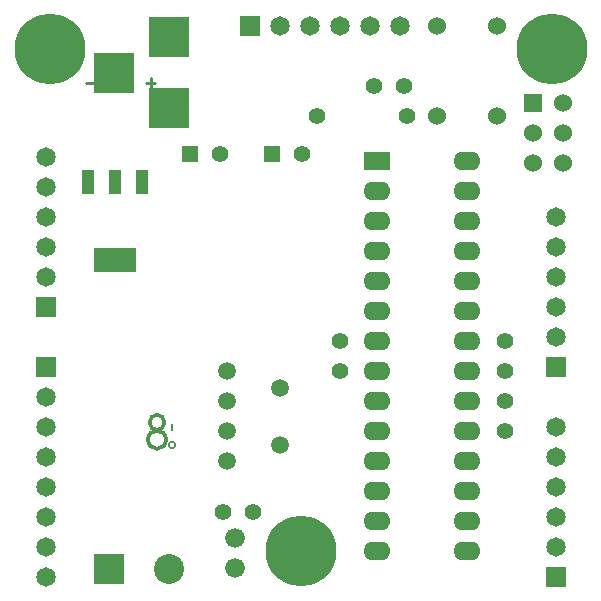
<source format=gts>
%FSLAX34Y34*%
G04 Gerber Fmt 3.4, Leading zero omitted, Abs format*
G04 (created by PCBNEW (2013-12-28 BZR 4579)-product) date tor 16 jan 2014 22:13:37 CET*
%MOIN*%
G01*
G70*
G90*
G04 APERTURE LIST*
%ADD10C,0.006000*%
%ADD11C,0.009843*%
%ADD12C,0.012000*%
%ADD13C,0.008000*%
%ADD14R,0.100000X0.100000*%
%ADD15C,0.100000*%
%ADD16R,0.055000X0.055000*%
%ADD17C,0.055000*%
%ADD18R,0.137800X0.137800*%
%ADD19O,0.090000X0.062000*%
%ADD20R,0.090000X0.062000*%
%ADD21C,0.236220*%
%ADD22C,0.060000*%
%ADD23C,0.066000*%
%ADD24C,0.059100*%
%ADD25R,0.065000X0.065000*%
%ADD26C,0.065000*%
%ADD27R,0.060000X0.060000*%
%ADD28R,0.144000X0.080000*%
%ADD29R,0.040000X0.080000*%
G04 APERTURE END LIST*
G54D10*
G54D11*
X50349Y-33628D02*
X50050Y-33628D01*
X52349Y-33628D02*
X52050Y-33628D01*
X52199Y-33778D02*
X52199Y-33478D01*
G54D12*
X52650Y-44950D02*
G75*
G03X52650Y-44950I-250J0D01*
G74*
G01*
X52701Y-45525D02*
G75*
G03X52701Y-45525I-301J0D01*
G74*
G01*
G54D13*
X53010Y-45700D02*
G75*
G03X53010Y-45700I-110J0D01*
G74*
G01*
X52900Y-45000D02*
X52900Y-45200D01*
G54D14*
X50800Y-49850D03*
G54D15*
X52800Y-49850D03*
G54D16*
X53500Y-36000D03*
G54D17*
X54500Y-36000D03*
G54D16*
X56250Y-36000D03*
G54D17*
X57250Y-36000D03*
G54D18*
X52803Y-34480D03*
X52803Y-32118D03*
X50953Y-33299D03*
G54D19*
X59750Y-37250D03*
X59750Y-38250D03*
X59750Y-39250D03*
X59750Y-40250D03*
X59750Y-41250D03*
X59750Y-42250D03*
X59750Y-43250D03*
X59750Y-44250D03*
X59750Y-45250D03*
X59750Y-46250D03*
X59750Y-47250D03*
X59750Y-48250D03*
X59750Y-49250D03*
G54D20*
X59750Y-36250D03*
G54D19*
X62750Y-49250D03*
X62750Y-48250D03*
X62750Y-47250D03*
X62750Y-46250D03*
X62750Y-45250D03*
X62750Y-44250D03*
X62750Y-43250D03*
X62750Y-42250D03*
X62750Y-41250D03*
X62750Y-40250D03*
X62750Y-39250D03*
X62750Y-38250D03*
X62750Y-37250D03*
X62750Y-36250D03*
G54D21*
X57192Y-49244D03*
X65559Y-32511D03*
X48826Y-32511D03*
G54D17*
X58500Y-42250D03*
X58500Y-43250D03*
X64000Y-44250D03*
X64000Y-45250D03*
X64000Y-43250D03*
X64000Y-42250D03*
X57750Y-34750D03*
X60750Y-34750D03*
G54D22*
X63750Y-34750D03*
X61750Y-34750D03*
X63750Y-31750D03*
X61750Y-31750D03*
G54D23*
X55000Y-48800D03*
X55000Y-49800D03*
G54D24*
X56500Y-45711D03*
X56500Y-43789D03*
G54D25*
X48700Y-41100D03*
G54D26*
X48700Y-40100D03*
X48700Y-39100D03*
X48700Y-38100D03*
X48700Y-37100D03*
X48700Y-36100D03*
G54D25*
X65700Y-43100D03*
G54D26*
X65700Y-42100D03*
X65700Y-41100D03*
X65700Y-40100D03*
X65700Y-39100D03*
X65700Y-38100D03*
G54D25*
X48700Y-43100D03*
G54D26*
X48700Y-44100D03*
X48700Y-45100D03*
X48700Y-46100D03*
X48700Y-47100D03*
X48700Y-48100D03*
X48700Y-49100D03*
X48700Y-50100D03*
G54D25*
X65700Y-50100D03*
G54D26*
X65700Y-49100D03*
X65700Y-48100D03*
X65700Y-47100D03*
X65700Y-46100D03*
X65700Y-45100D03*
G54D17*
X60650Y-33750D03*
X59650Y-33750D03*
G54D25*
X55500Y-31750D03*
G54D26*
X56500Y-31750D03*
X57500Y-31750D03*
X58500Y-31750D03*
X59500Y-31750D03*
X60500Y-31750D03*
G54D27*
X64950Y-34300D03*
G54D22*
X65950Y-34300D03*
X64950Y-35300D03*
X65950Y-35300D03*
X64950Y-36300D03*
X65950Y-36300D03*
G54D24*
X54750Y-43250D03*
X54750Y-44250D03*
X54750Y-46250D03*
X54750Y-45250D03*
G54D28*
X51000Y-39550D03*
G54D29*
X51000Y-36950D03*
X50100Y-36950D03*
X51900Y-36950D03*
G54D17*
X55600Y-47950D03*
X54600Y-47950D03*
M02*

</source>
